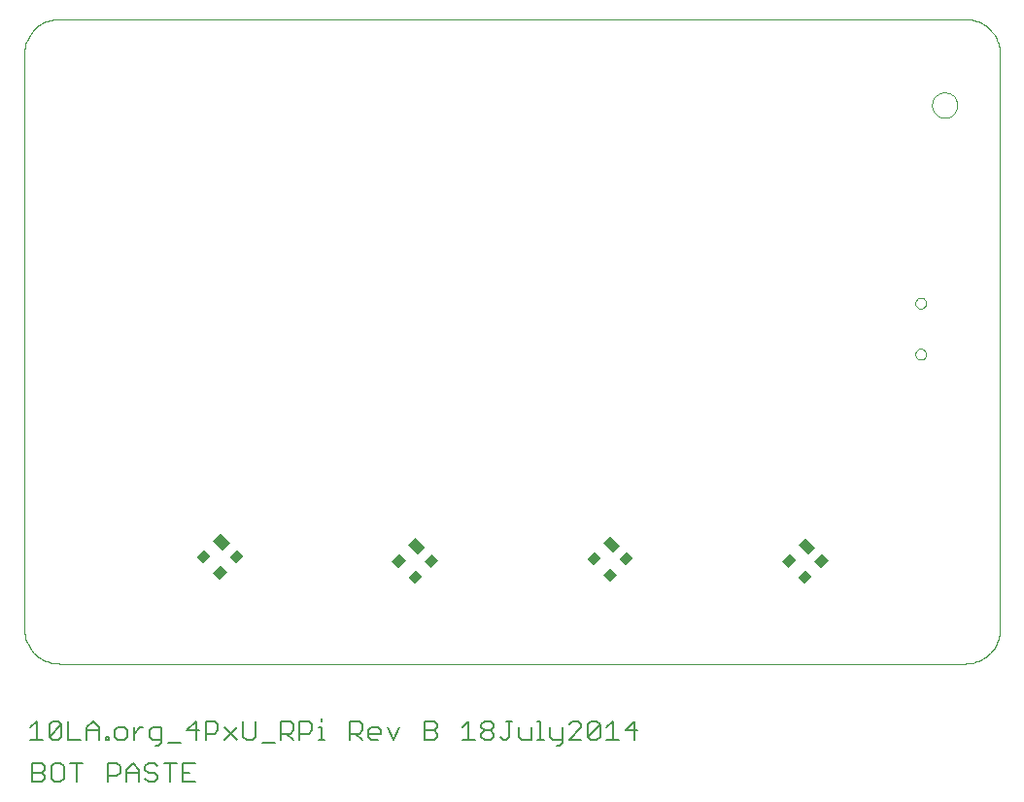
<source format=gbr>
G75*
G70*
%OFA0B0*%
%FSLAX24Y24*%
%IPPOS*%
%LPD*%
%AMOC8*
5,1,8,0,0,1.08239X$1,22.5*
%
%ADD10C,0.0000*%
%ADD11C,0.0060*%
%ADD12R,0.0315X0.0354*%
%ADD13R,0.0472X0.0354*%
D10*
X179601Y113654D02*
X179601Y133417D01*
X179603Y133483D01*
X179608Y133549D01*
X179618Y133615D01*
X179631Y133680D01*
X179647Y133744D01*
X179667Y133807D01*
X179691Y133869D01*
X179718Y133929D01*
X179748Y133988D01*
X179782Y134045D01*
X179819Y134100D01*
X179859Y134153D01*
X179901Y134204D01*
X179947Y134252D01*
X179995Y134298D01*
X180046Y134340D01*
X180099Y134380D01*
X180154Y134417D01*
X180211Y134451D01*
X180270Y134481D01*
X180330Y134508D01*
X180392Y134532D01*
X180455Y134552D01*
X180519Y134568D01*
X180584Y134581D01*
X180650Y134591D01*
X180716Y134596D01*
X180782Y134598D01*
X180779Y134598D02*
X211885Y134598D01*
X211951Y134596D01*
X212017Y134591D01*
X212083Y134581D01*
X212148Y134568D01*
X212212Y134552D01*
X212275Y134532D01*
X212337Y134508D01*
X212397Y134481D01*
X212456Y134451D01*
X212513Y134417D01*
X212568Y134380D01*
X212621Y134340D01*
X212672Y134298D01*
X212720Y134252D01*
X212766Y134204D01*
X212808Y134153D01*
X212848Y134100D01*
X212885Y134045D01*
X212919Y133988D01*
X212949Y133929D01*
X212976Y133869D01*
X213000Y133807D01*
X213020Y133744D01*
X213036Y133680D01*
X213049Y133615D01*
X213059Y133549D01*
X213064Y133483D01*
X213066Y133417D01*
X213066Y113654D01*
X213064Y113588D01*
X213059Y113522D01*
X213049Y113456D01*
X213036Y113391D01*
X213020Y113327D01*
X213000Y113264D01*
X212976Y113202D01*
X212949Y113142D01*
X212919Y113083D01*
X212885Y113026D01*
X212848Y112971D01*
X212808Y112918D01*
X212766Y112867D01*
X212720Y112819D01*
X212672Y112773D01*
X212621Y112731D01*
X212568Y112691D01*
X212513Y112654D01*
X212456Y112620D01*
X212397Y112590D01*
X212337Y112563D01*
X212275Y112539D01*
X212212Y112519D01*
X212148Y112503D01*
X212083Y112490D01*
X212017Y112480D01*
X211951Y112475D01*
X211885Y112473D01*
X211885Y112472D02*
X180782Y112472D01*
X180782Y112473D02*
X180716Y112475D01*
X180650Y112480D01*
X180584Y112490D01*
X180519Y112503D01*
X180455Y112519D01*
X180392Y112539D01*
X180330Y112563D01*
X180270Y112590D01*
X180211Y112620D01*
X180154Y112654D01*
X180099Y112691D01*
X180046Y112731D01*
X179995Y112773D01*
X179947Y112819D01*
X179901Y112867D01*
X179859Y112918D01*
X179819Y112971D01*
X179782Y113026D01*
X179748Y113083D01*
X179718Y113142D01*
X179691Y113202D01*
X179667Y113264D01*
X179647Y113327D01*
X179631Y113391D01*
X179618Y113456D01*
X179608Y113522D01*
X179603Y113588D01*
X179601Y113654D01*
X210170Y123094D02*
X210172Y123121D01*
X210178Y123147D01*
X210187Y123172D01*
X210200Y123195D01*
X210216Y123216D01*
X210235Y123235D01*
X210256Y123251D01*
X210279Y123264D01*
X210304Y123273D01*
X210330Y123279D01*
X210357Y123281D01*
X210384Y123279D01*
X210410Y123273D01*
X210435Y123264D01*
X210458Y123251D01*
X210479Y123235D01*
X210498Y123216D01*
X210514Y123195D01*
X210527Y123172D01*
X210536Y123147D01*
X210542Y123121D01*
X210544Y123094D01*
X210542Y123067D01*
X210536Y123041D01*
X210527Y123016D01*
X210514Y122993D01*
X210498Y122972D01*
X210479Y122953D01*
X210458Y122937D01*
X210435Y122924D01*
X210410Y122915D01*
X210384Y122909D01*
X210357Y122907D01*
X210330Y122909D01*
X210304Y122915D01*
X210279Y122924D01*
X210256Y122937D01*
X210235Y122953D01*
X210216Y122972D01*
X210200Y122993D01*
X210187Y123016D01*
X210178Y123041D01*
X210172Y123067D01*
X210170Y123094D01*
X210170Y124850D02*
X210172Y124877D01*
X210178Y124903D01*
X210187Y124928D01*
X210200Y124951D01*
X210216Y124972D01*
X210235Y124991D01*
X210256Y125007D01*
X210279Y125020D01*
X210304Y125029D01*
X210330Y125035D01*
X210357Y125037D01*
X210384Y125035D01*
X210410Y125029D01*
X210435Y125020D01*
X210458Y125007D01*
X210479Y124991D01*
X210498Y124972D01*
X210514Y124951D01*
X210527Y124928D01*
X210536Y124903D01*
X210542Y124877D01*
X210544Y124850D01*
X210542Y124823D01*
X210536Y124797D01*
X210527Y124772D01*
X210514Y124749D01*
X210498Y124728D01*
X210479Y124709D01*
X210458Y124693D01*
X210435Y124680D01*
X210410Y124671D01*
X210384Y124665D01*
X210357Y124663D01*
X210330Y124665D01*
X210304Y124671D01*
X210279Y124680D01*
X210256Y124693D01*
X210235Y124709D01*
X210216Y124728D01*
X210200Y124749D01*
X210187Y124772D01*
X210178Y124797D01*
X210172Y124823D01*
X210170Y124850D01*
X210743Y131646D02*
X210745Y131687D01*
X210751Y131728D01*
X210761Y131768D01*
X210774Y131807D01*
X210791Y131844D01*
X210812Y131880D01*
X210836Y131914D01*
X210863Y131945D01*
X210892Y131973D01*
X210925Y131999D01*
X210959Y132021D01*
X210996Y132040D01*
X211034Y132055D01*
X211074Y132067D01*
X211114Y132075D01*
X211155Y132079D01*
X211197Y132079D01*
X211238Y132075D01*
X211278Y132067D01*
X211318Y132055D01*
X211356Y132040D01*
X211392Y132021D01*
X211427Y131999D01*
X211460Y131973D01*
X211489Y131945D01*
X211516Y131914D01*
X211540Y131880D01*
X211561Y131844D01*
X211578Y131807D01*
X211591Y131768D01*
X211601Y131728D01*
X211607Y131687D01*
X211609Y131646D01*
X211607Y131605D01*
X211601Y131564D01*
X211591Y131524D01*
X211578Y131485D01*
X211561Y131448D01*
X211540Y131412D01*
X211516Y131378D01*
X211489Y131347D01*
X211460Y131319D01*
X211427Y131293D01*
X211393Y131271D01*
X211356Y131252D01*
X211318Y131237D01*
X211278Y131225D01*
X211238Y131217D01*
X211197Y131213D01*
X211155Y131213D01*
X211114Y131217D01*
X211074Y131225D01*
X211034Y131237D01*
X210996Y131252D01*
X210960Y131271D01*
X210925Y131293D01*
X210892Y131319D01*
X210863Y131347D01*
X210836Y131378D01*
X210812Y131412D01*
X210791Y131448D01*
X210774Y131485D01*
X210761Y131524D01*
X210751Y131564D01*
X210745Y131605D01*
X210743Y131646D01*
D11*
X180200Y108408D02*
X179879Y108408D01*
X179879Y109048D01*
X180200Y109048D01*
X180306Y108942D01*
X180306Y108835D01*
X180200Y108728D01*
X179879Y108728D01*
X180200Y108728D02*
X180306Y108621D01*
X180306Y108515D01*
X180200Y108408D01*
X180524Y108515D02*
X180631Y108408D01*
X180844Y108408D01*
X180951Y108515D01*
X180951Y108942D01*
X180844Y109048D01*
X180631Y109048D01*
X180524Y108942D01*
X180524Y108515D01*
X181169Y109048D02*
X181596Y109048D01*
X181382Y109048D02*
X181382Y108408D01*
X182458Y108408D02*
X182458Y109048D01*
X182778Y109048D01*
X182885Y108942D01*
X182885Y108728D01*
X182778Y108621D01*
X182458Y108621D01*
X183102Y108728D02*
X183529Y108728D01*
X183529Y108835D02*
X183529Y108408D01*
X183747Y108515D02*
X183853Y108408D01*
X184067Y108408D01*
X184174Y108515D01*
X184174Y108621D01*
X184067Y108728D01*
X183853Y108728D01*
X183747Y108835D01*
X183747Y108942D01*
X183853Y109048D01*
X184067Y109048D01*
X184174Y108942D01*
X184391Y109048D02*
X184818Y109048D01*
X184605Y109048D02*
X184605Y108408D01*
X185036Y108408D02*
X185463Y108408D01*
X185249Y108728D02*
X185036Y108728D01*
X185036Y109048D02*
X185036Y108408D01*
X185036Y109048D02*
X185463Y109048D01*
X185496Y109853D02*
X185496Y110493D01*
X185176Y110173D01*
X185603Y110173D01*
X185820Y110066D02*
X186141Y110066D01*
X186247Y110173D01*
X186247Y110387D01*
X186141Y110493D01*
X185820Y110493D01*
X185820Y109853D01*
X186465Y109853D02*
X186892Y110280D01*
X187110Y110493D02*
X187110Y109960D01*
X187216Y109853D01*
X187430Y109853D01*
X187537Y109960D01*
X187537Y110493D01*
X187754Y109746D02*
X188181Y109746D01*
X188399Y109853D02*
X188399Y110493D01*
X188719Y110493D01*
X188826Y110387D01*
X188826Y110173D01*
X188719Y110066D01*
X188399Y110066D01*
X188612Y110066D02*
X188826Y109853D01*
X189043Y109853D02*
X189043Y110493D01*
X189363Y110493D01*
X189470Y110387D01*
X189470Y110173D01*
X189363Y110066D01*
X189043Y110066D01*
X189688Y109853D02*
X189901Y109853D01*
X189794Y109853D02*
X189794Y110280D01*
X189688Y110280D01*
X189794Y110493D02*
X189794Y110600D01*
X190762Y110493D02*
X191082Y110493D01*
X191189Y110387D01*
X191189Y110173D01*
X191082Y110066D01*
X190762Y110066D01*
X190762Y109853D02*
X190762Y110493D01*
X190975Y110066D02*
X191189Y109853D01*
X191407Y109960D02*
X191407Y110173D01*
X191513Y110280D01*
X191727Y110280D01*
X191834Y110173D01*
X191834Y110066D01*
X191407Y110066D01*
X191407Y109960D02*
X191513Y109853D01*
X191727Y109853D01*
X192051Y110280D02*
X192265Y109853D01*
X192478Y110280D01*
X193340Y110173D02*
X193660Y110173D01*
X193767Y110066D01*
X193767Y109960D01*
X193660Y109853D01*
X193340Y109853D01*
X193340Y110493D01*
X193660Y110493D01*
X193767Y110387D01*
X193767Y110280D01*
X193660Y110173D01*
X194629Y110280D02*
X194843Y110493D01*
X194843Y109853D01*
X195056Y109853D02*
X194629Y109853D01*
X195274Y109960D02*
X195274Y110066D01*
X195381Y110173D01*
X195594Y110173D01*
X195701Y110066D01*
X195701Y109960D01*
X195594Y109853D01*
X195381Y109853D01*
X195274Y109960D01*
X195381Y110173D02*
X195274Y110280D01*
X195274Y110387D01*
X195381Y110493D01*
X195594Y110493D01*
X195701Y110387D01*
X195701Y110280D01*
X195594Y110173D01*
X195918Y109960D02*
X196025Y109853D01*
X196132Y109853D01*
X196239Y109960D01*
X196239Y110493D01*
X196345Y110493D02*
X196132Y110493D01*
X196563Y110280D02*
X196563Y109960D01*
X196670Y109853D01*
X196990Y109853D01*
X196990Y110280D01*
X197207Y110493D02*
X197314Y110493D01*
X197314Y109853D01*
X197207Y109853D02*
X197421Y109853D01*
X197637Y109960D02*
X197744Y109853D01*
X198064Y109853D01*
X198064Y109746D02*
X197957Y109639D01*
X197851Y109639D01*
X198064Y109746D02*
X198064Y110280D01*
X198282Y110387D02*
X198388Y110493D01*
X198602Y110493D01*
X198709Y110387D01*
X198709Y110280D01*
X198282Y109853D01*
X198709Y109853D01*
X198926Y109960D02*
X199353Y110387D01*
X199353Y109960D01*
X199247Y109853D01*
X199033Y109853D01*
X198926Y109960D01*
X198926Y110387D01*
X199033Y110493D01*
X199247Y110493D01*
X199353Y110387D01*
X199571Y110280D02*
X199784Y110493D01*
X199784Y109853D01*
X199571Y109853D02*
X199998Y109853D01*
X200215Y110173D02*
X200536Y110493D01*
X200536Y109853D01*
X200642Y110173D02*
X200215Y110173D01*
X197637Y110280D02*
X197637Y109960D01*
X186892Y109853D02*
X186465Y110280D01*
X184958Y109746D02*
X184531Y109746D01*
X184314Y109746D02*
X184314Y110280D01*
X183994Y110280D01*
X183887Y110173D01*
X183887Y109960D01*
X183994Y109853D01*
X184314Y109853D01*
X184314Y109746D02*
X184207Y109639D01*
X184100Y109639D01*
X183670Y110280D02*
X183563Y110280D01*
X183350Y110066D01*
X183350Y109853D02*
X183350Y110280D01*
X183132Y110173D02*
X183025Y110280D01*
X182812Y110280D01*
X182705Y110173D01*
X182705Y109960D01*
X182812Y109853D01*
X183025Y109853D01*
X183132Y109960D01*
X183132Y110173D01*
X182490Y109960D02*
X182490Y109853D01*
X182383Y109853D01*
X182383Y109960D01*
X182490Y109960D01*
X182165Y109853D02*
X182165Y110280D01*
X181952Y110493D01*
X181738Y110280D01*
X181738Y109853D01*
X181521Y109853D02*
X181094Y109853D01*
X181094Y110493D01*
X180876Y110387D02*
X180449Y109960D01*
X180556Y109853D01*
X180769Y109853D01*
X180876Y109960D01*
X180876Y110387D01*
X180769Y110493D01*
X180556Y110493D01*
X180449Y110387D01*
X180449Y109960D01*
X180232Y109853D02*
X179805Y109853D01*
X180018Y109853D02*
X180018Y110493D01*
X179805Y110280D01*
X181738Y110173D02*
X182165Y110173D01*
X183316Y109048D02*
X183529Y108835D01*
X183316Y109048D02*
X183102Y108835D01*
X183102Y108408D01*
D12*
G36*
X186298Y115357D02*
X186076Y115579D01*
X186326Y115829D01*
X186548Y115607D01*
X186298Y115357D01*
G37*
G36*
X185741Y115914D02*
X185519Y116136D01*
X185769Y116386D01*
X185991Y116164D01*
X185741Y115914D01*
G37*
G36*
X186855Y115914D02*
X186633Y116136D01*
X186883Y116386D01*
X187105Y116164D01*
X186855Y115914D01*
G37*
G36*
X192436Y115764D02*
X192214Y115986D01*
X192464Y116236D01*
X192686Y116014D01*
X192436Y115764D01*
G37*
G36*
X192993Y115207D02*
X192771Y115429D01*
X193021Y115679D01*
X193243Y115457D01*
X192993Y115207D01*
G37*
G36*
X193550Y115764D02*
X193328Y115986D01*
X193578Y116236D01*
X193800Y116014D01*
X193550Y115764D01*
G37*
G36*
X199129Y115841D02*
X198907Y116063D01*
X199157Y116313D01*
X199379Y116091D01*
X199129Y115841D01*
G37*
G36*
X199686Y115284D02*
X199464Y115506D01*
X199714Y115756D01*
X199936Y115534D01*
X199686Y115284D01*
G37*
G36*
X200243Y115841D02*
X200021Y116063D01*
X200271Y116313D01*
X200493Y116091D01*
X200243Y115841D01*
G37*
G36*
X205822Y115772D02*
X205600Y115994D01*
X205850Y116244D01*
X206072Y116022D01*
X205822Y115772D01*
G37*
G36*
X206379Y115215D02*
X206157Y115437D01*
X206407Y115687D01*
X206629Y115465D01*
X206379Y115215D01*
G37*
G36*
X206935Y115772D02*
X206713Y115994D01*
X206963Y116244D01*
X207185Y116022D01*
X206935Y115772D01*
G37*
D13*
G36*
X206489Y116217D02*
X206156Y116550D01*
X206407Y116801D01*
X206740Y116468D01*
X206489Y116217D01*
G37*
G36*
X199796Y116286D02*
X199463Y116619D01*
X199714Y116870D01*
X200047Y116537D01*
X199796Y116286D01*
G37*
G36*
X193104Y116209D02*
X192771Y116542D01*
X193022Y116793D01*
X193355Y116460D01*
X193104Y116209D01*
G37*
G36*
X186409Y116359D02*
X186076Y116692D01*
X186327Y116943D01*
X186660Y116610D01*
X186409Y116359D01*
G37*
M02*

</source>
